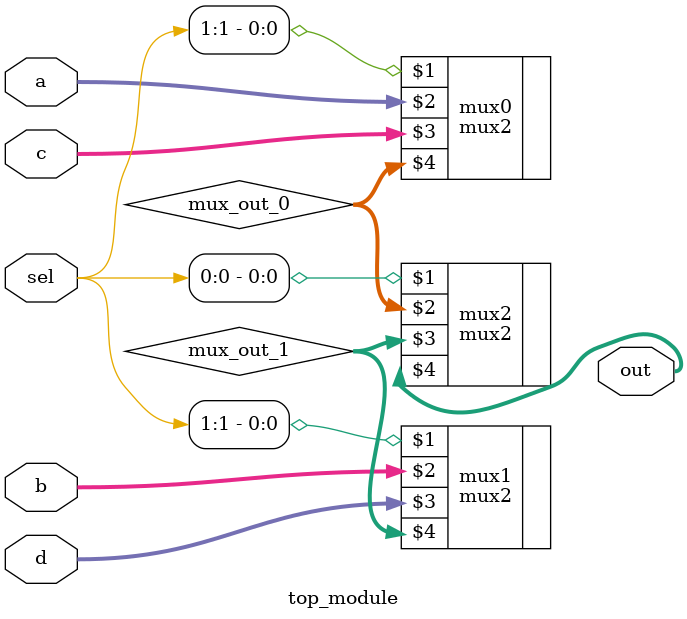
<source format=v>
module top_module (
    input [1:0] sel,
    input [7:0] a,
    input [7:0] b,
    input [7:0] c,
    input [7:0] d,
    output [7:0] out  ); //

    wire [7:0] mux_out_0;
    wire [7:0] mux_out_1;
    mux2 mux0 ( sel[1],    a,    c, mux_out_0 );
    mux2 mux1 ( sel[1],    b,    d, mux_out_1 );
    mux2 mux2 ( sel[0], mux_out_0, mux_out_1,  out );

endmodule
</source>
